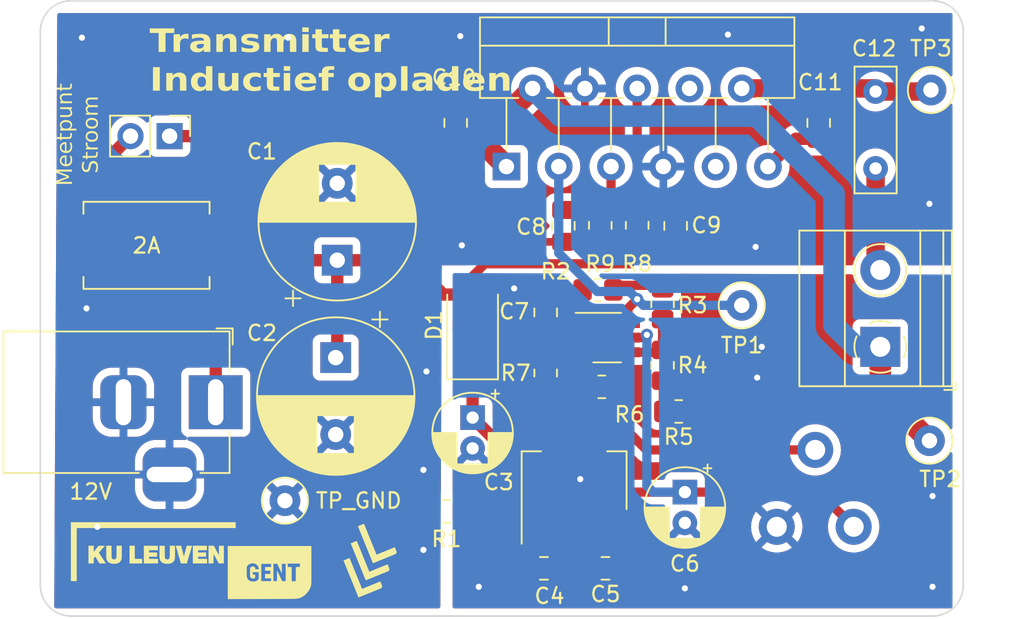
<source format=kicad_pcb>
(kicad_pcb (version 20221018) (generator pcbnew)
  (layers (0 "F.Cu" signal) (31 "B.Cu" signal) (34 "B.Paste" user) (35 "F.Paste" user) (36 "B.SilkS" user "B.Silkscreen") (37 "F.SilkS" user "F.Silkscreen") (38 "B.Mask" user) (39 "F.Mask" user) (44 "Edge.Cuts" user))
  (net 0 "")
  (net 1 "GND")
  (net 2 "AGND")
  (net 3 "+12V")
  (net 4 "Net-(J2-Pin_2)")
  (net 5 "Net-(F1-Pad2)")
  (net 6 "Net-(R2-Pad1)")
  (net 7 "Net-(R4-Pad1)")
  (net 8 "Net-(D1-K)")
  (net 9 "Net-(U1-VO)")
  (net 10 "Net-(IC1-PWM)")
  (net 11 "Net-(IC1-OUTPUT1)")
  (net 12 "Net-(IC1-BOOTSTRAP1)")
  (net 13 "Net-(IC1-BOOTSTRAP2)")
  (net 14 "Net-(IC1-OUTPUT2)")
  (net 15 "Net-(IC1-DIRECTION)")
  (net 18 "Net-(U2-DIV)")
  (net 19 "Net-(U2-SET)")
  (net 20 "Net-(R6-Pad2)")
  (net 21 "Net-(J3-Pin_2)")
  (footprint "Capacitor_THT:C_Disc_D8.0mm_W2.5mm_P5.00mm" (layer "F.Cu") (at 74.3 25.9 -90)
    (fp_text reference "C12" (at -2.8 0.1 -180) (layer "F.SilkS"))
    (fp_text value "390n")
    (pad "1" thru_hole circle (at 0 0 270) (size 1.6 1.6) (drill 0.8) (layers "*.Cu" "*.Mask") (net 14 "Net-(IC1-OUTPUT2)"))
    (pad "2" thru_hole circle (at 5 0 270) (size 1.6 1.6) (drill 0.8) (layers "*.Cu" "*.Mask") (net 21 "Net-(J3-Pin_2)"))
  )
  (footprint "Connector_BarrelJack:BarrelJack_Horizontal" (layer "F.Cu") (at 31.4 46.1)
    (fp_text reference "J1")
    (fp_text value "DCJ0303")
    (pad "1" thru_hole rect (at 0 0) (size 3.5 3.5) (drill oval 1 3) (layers "*.Cu" "*.Mask") (net 5 "Net-(F1-Pad2)"))
    (pad "2" thru_hole roundrect (at -6 0) (size 3 3.5) (drill oval 1 3) (layers "*.Cu" "*.Mask") (net 2 "AGND"))
    (pad "3" thru_hole roundrect (at -3 4.7) (size 3.5 3.5) (drill oval 3 1) (layers "*.Cu" "*.Mask") (net 2 "AGND"))
  )
  (footprint "Diode_SMD:D_SMA" (layer "F.Cu") (at 48.1 41.1 90)
    (fp_text reference "D1" (at 0 -2.5 90) (layer "F.SilkS"))
    (fp_text value "1N4004")
    (pad "1" smd roundrect (at -2 0 90) (size 2.5 1.8) (layers "F.Cu" "F.Paste" "F.Mask") (roundrect_rratio 0.1388888889) (net 8 "Net-(D1-K)"))
    (pad "2" smd roundrect (at 2 0 90) (size 2.5 1.8) (layers "F.Cu" "F.Paste" "F.Mask") (roundrect_rratio 0.1388888889) (net 3 "+12V"))
  )
  (footprint "Capacitor_THT:CP_Radial_D10.0mm_P5.00mm" (layer "F.Cu") (at 39.2 43.2 -90)
    (fp_text reference "C2" (at -1.6 4.8 -180) (layer "F.SilkS"))
    (fp_text value "1200u")
    (pad "1" thru_hole rect (at 0 0 270) (size 2 2) (drill 1) (layers "*.Cu" "*.Mask") (net 3 "+12V"))
    (pad "2" thru_hole circle (at 5 0 270) (size 2 2) (drill 1) (layers "*.Cu" "*.Mask") (net 2 "AGND"))
  )
  (footprint "Resistor_SMD:R_0805_2012Metric_Pad1.20x1.40mm_HandSolder" (layer "F.Cu") (at 58.8 34.6 -90)
    (fp_text reference "R8" (at 2.5 0 -180) (layer "F.SilkS"))
    (fp_text value "100k")
    (pad "1" smd roundrect (at -1 0 270) (size 1.2 1.4) (layers "F.Cu" "F.Paste" "F.Mask") (roundrect_rratio 0.2083333333) (net 10 "Net-(IC1-PWM)"))
    (pad "2" smd roundrect (at 1 0 270) (size 1.2 1.4) (layers "F.Cu" "F.Paste" "F.Mask") (roundrect_rratio 0.2083333333) (net 3 "+12V"))
  )
  (footprint "Package_TO_SOT_THT:TO-220-11_P3.4x5.08mm_StaggerOdd_Lead4.85mm_Vertical" (layer "F.Cu") (at 50.3 30.78)
    (fp_text reference "IC1")
    (fp_text value "LM18201")
    (pad "1" thru_hole rect (at 0 0) (size 1.8 1.8) (drill 1) (layers "*.Cu" "*.Mask") (net 12 "Net-(IC1-BOOTSTRAP1)"))
    (pad "2" thru_hole oval (at 1.7 -5.08) (size 1.8 1.8) (drill 1) (layers "*.Cu" "*.Mask") (net 11 "Net-(IC1-OUTPUT1)"))
    (pad "3" thru_hole oval (at 3.4 0) (size 1.8 1.8) (drill 1) (layers "*.Cu" "*.Mask") (net 15 "Net-(IC1-DIRECTION)"))
    (pad "4" thru_hole oval (at 5.1 -5.08) (size 1.8 1.8) (drill 1) (layers "*.Cu" "*.Mask") (net 2 "AGND"))
    (pad "5" thru_hole oval (at 6.8 0) (size 1.8 1.8) (drill 1) (layers "*.Cu" "*.Mask") (net 10 "Net-(IC1-PWM)"))
    (pad "6" thru_hole oval (at 8.5 -5.08) (size 1.8 1.8) (drill 1) (layers "*.Cu" "*.Mask") (net 3 "+12V"))
    (pad "7" thru_hole oval (at 10.2 0) (size 1.8 1.8) (drill 1) (layers "*.Cu" "*.Mask") (net 2 "AGND"))
    (pad "8" thru_hole oval (at 11.9 -5.08) (size 1.8 1.8) (drill 1) (layers "*.Cu" "*.Mask"))
    (pad "9" thru_hole oval (at 13.6 0) (size 1.8 1.8) (drill 1) (layers "*.Cu" "*.Mask"))
    (pad "10" thru_hole oval (at 15.3 -5.08) (size 1.8 1.8) (drill 1) (layers "*.Cu" "*.Mask") (net 14 "Net-(IC1-OUTPUT2)"))
    (pad "11" thru_hole oval (at 17 0) (size 1.8 1.8) (drill 1) (layers "*.Cu" "*.Mask") (net 13 "Net-(IC1-BOOTSTRAP2)"))
  )
  (footprint "Capacitor_SMD:C_0805_2012Metric_Pad1.18x1.45mm_HandSolder" (layer "F.Cu") (at 70.6 27.9375 90)
    (fp_text reference "C11" (at 2.6375 0.1 180) (layer "F.SilkS"))
    (fp_text value "10n")
    (pad "1" smd roundrect (at -1.0375 0 90) (size 1.175 1.45) (layers "F.Cu" "F.Paste" "F.Mask") (roundrect_rratio 0.2127659574) (net 13 "Net-(IC1-BOOTSTRAP2)"))
    (pad "2" smd roundrect (at 1.0375 0 90) (size 1.175 1.45) (layers "F.Cu" "F.Paste" "F.Mask") (roundrect_rratio 0.2127659574) (net 14 "Net-(IC1-OUTPUT2)"))
  )
  (footprint "TestPoint:TestPoint_Loop_D1.80mm_Drill1.0mm_Beaded" (layer "F.Cu") (at 65.6 39.8)
    (fp_text reference "TP1" (at 0 2.6) (layer "F.SilkS"))
    (fp_text value "TestPoint_Small")
    (pad "1" thru_hole circle (at 0 0) (size 2 2) (drill 1) (layers "*.Cu" "*.Mask") (net 15 "Net-(IC1-DIRECTION)"))
  )
  (footprint "Potentiometer_THT:Potentiometer_Piher_PT-10-V05_Vertical" (layer "F.Cu") (at 72.875 54.2 90)
    (fp_text reference "RV1")
    (fp_text value "1k")
    (pad "1" thru_hole circle (at 0 0 90) (size 2.34 2.34) (drill 1.3) (layers "*.Cu" "*.Mask") (net 9 "Net-(U1-VO)"))
    (pad "2" thru_hole circle (at 5 -2.5 90) (size 2.34 2.34) (drill 1.3) (layers "*.Cu" "*.Mask") (net 20 "Net-(R6-Pad2)"))
    (pad "3" thru_hole circle (at 0 -5 90) (size 2.34 2.34) (drill 1.3) (layers "*.Cu" "*.Mask") (net 1 "GND"))
  )
  (footprint "TestPoint:TestPoint_Loop_D1.80mm_Drill1.0mm_Beaded" (layer "F.Cu") (at 77.9 25.8)
    (fp_text reference "TP3" (at 0 -2.7) (layer "F.SilkS"))
    (fp_text value "TestPoint_Small")
    (pad "1" thru_hole circle (at 0 0) (size 2 2) (drill 1) (layers "*.Cu" "*.Mask") (net 14 "Net-(IC1-OUTPUT2)"))
  )
  (footprint "Fuse:Fuse_Bourns_MF-SM_7.98x5.44mm" (layer "F.Cu") (at 26.9 35.9)
    (fp_text reference "F1")
    (fp_text value "Fuse")
    (pad "1" smd rect (at -3.7 0) (size 2.3 3.1) (layers "F.Cu" "F.Paste" "F.Mask") (net 4 "Net-(J2-Pin_2)"))
    (pad "2" smd rect (at 3.7 0) (size 2.3 3.1) (layers "F.Cu" "F.Paste" "F.Mask") (net 5 "Net-(F1-Pad2)"))
  )
  (footprint "TestPoint:TestPoint_Loop_D2.50mm_Drill1.0mm" (layer "F.Cu") (at 35.9 52.5)
    (fp_text reference "TP_GND" (at 4.8 0) (layer "F.SilkS"))
    (fp_text value "TestPoint_Small")
    (pad "1" thru_hole circle (at 0 0) (size 2 2) (drill 1) (layers "*.Cu" "*.Mask") (net 2 "AGND"))
  )
  (footprint "Connector_PinHeader_2.54mm:PinHeader_1x02_P2.54mm_Vertical" (layer "F.Cu") (at 28.4 28.8 -90)
    (fp_text reference "J2")
    (fp_text value "CurrentSense")
    (pad "1" thru_hole rect (at 0 0 270) (size 1.7 1.7) (drill 1) (layers "*.Cu" "*.Mask") (net 3 "+12V"))
    (pad "2" thru_hole oval (at 0 2.54 270) (size 1.7 1.7) (drill 1) (layers "*.Cu" "*.Mask") (net 4 "Net-(J2-Pin_2)"))
  )
  (footprint "Capacitor_SMD:C_0805_2012Metric_Pad1.18x1.45mm_HandSolder" (layer "F.Cu") (at 61.3 34.6375 90)
    (fp_text reference "C9" (at 0.0375 2 180) (layer "F.SilkS"))
    (fp_text value "100n")
    (pad "1" smd roundrect (at -1.0375 0 90) (size 1.175 1.45) (layers "F.Cu" "F.Paste" "F.Mask") (roundrect_rratio 0.2127659574) (net 3 "+12V"))
    (pad "2" smd roundrect (at 1.0375 0 90) (size 1.175 1.45) (layers "F.Cu" "F.Paste" "F.Mask") (roundrect_rratio 0.2127659574) (net 2 "AGND"))
  )
  (footprint "Resistor_SMD:R_0805_2012Metric_Pad1.20x1.40mm_HandSolder" (layer "F.Cu") (at 61.5 46.7 180)
    (fp_text reference "R5" (at 0 -1.65) (layer "F.SilkS"))
    (fp_text value "2k")
    (pad "1" smd roundrect (at -1 0 180) (size 1.2 1.4) (layers "F.Cu" "F.Paste" "F.Mask") (roundrect_rratio 0.2083333333) (net 1 "GND"))
    (pad "2" smd roundrect (at 1 0 180) (size 1.2 1.4) (layers "F.Cu" "F.Paste" "F.Mask") (roundrect_rratio 0.2083333333) (net 7 "Net-(R4-Pad1)"))
  )
  (footprint "Library:LLL_logo_kicad_small" (layer "F.Cu") (at 41.4 56.5)
    (fp_text reference "G***")
    (fp_text value "LOGO" hide)
  )
  (footprint "Resistor_SMD:R_0805_2012Metric_Pad1.20x1.40mm_HandSolder" (layer "F.Cu") (at 56.25 38.8 180)
    (fp_text reference "R2" (at 2.75 1.2) (layer "F.SilkS"))
    (fp_text value "68k")
    (pad "1" smd roundrect (at -1 0 180) (size 1.2 1.4) (layers "F.Cu" "F.Paste" "F.Mask") (roundrect_rratio 0.2083333333) (net 6 "Net-(R2-Pad1)"))
    (pad "2" smd roundrect (at 1 0 180) (size 1.2 1.4) (layers "F.Cu" "F.Paste" "F.Mask") (roundrect_rratio 0.2083333333) (net 9 "Net-(U1-VO)"))
  )
  (footprint "Library:KUL_Gent_logo_kicad_small" (layer "F.Cu") (at 29.8 56.4)
    (fp_text reference "G***")
    (fp_text value "LOGO" hide)
  )
  (footprint "TerminalBlock_Phoenix:TerminalBlock_Phoenix_MKDS-1,5-2_1x02_P5.00mm_Horizontal" (layer "F.Cu") (at 74.605 42.5 90)
    (fp_text reference "J3")
    (fp_text value "Screw_Terminal_01x02")
    (pad "1" thru_hole rect (at 0 0 90) (size 2.6 2.6) (drill 1.3) (layers "*.Cu" "*.Mask") (net 11 "Net-(IC1-OUTPUT1)"))
    (pad "2" thru_hole circle (at 5 0 90) (size 2.6 2.6) (drill 1.3) (layers "*.Cu" "*.Mask") (net 21 "Net-(J3-Pin_2)"))
  )
  (footprint "Package_TO_SOT_SMD:SOT-23-6_Handsoldering" (layer "F.Cu") (at 56.85 41.9)
    (fp_text reference "U2")
    (fp_text value "LTC6990CS6TRPBF")
    (pad "1" smd rect (at -1.35 -0.95) (size 1.56 0.65) (layers "F.Cu" "F.Paste" "F.Mask") (net 9 "Net-(U1-VO)"))
    (pad "2" smd rect (at -1.35 0) (size 1.56 0.65) (layers "F.Cu" "F.Paste" "F.Mask") (net 1 "GND"))
    (pad "3" smd rect (at -1.35 0.95) (size 1.56 0.65) (layers "F.Cu" "F.Paste" "F.Mask") (net 19 "Net-(U2-SET)"))
    (pad "4" smd rect (at 1.35 0.95) (size 1.56 0.65) (layers "F.Cu" "F.Paste" "F.Mask") (net 18 "Net-(U2-DIV)"))
    (pad "5" smd rect (at 1.35 0) (size 1.56 0.65) (layers "F.Cu" "F.Paste" "F.Mask") (net 9 "Net-(U1-VO)"))
    (pad "6" smd rect (at 1.35 -0.95) (size 1.56 0.65) (layers "F.Cu" "F.Paste" "F.Mask") (net 15 "Net-(IC1-DIRECTION)"))
  )
  (footprint "Resistor_SMD:R_0805_2012Metric_Pad1.20x1.40mm_HandSolder" (layer "F.Cu") (at 60.45 43.7 90)
    (fp_text reference "R4" (at 0 1.95 180) (layer "F.SilkS"))
    (fp_text value "100k")
    (pad "1" smd roundrect (at -1 0 90) (size 1.2 1.4) (layers "F.Cu" "F.Paste" "F.Mask") (roundrect_rratio 0.2083333333) (net 7 "Net-(R4-Pad1)"))
    (pad "2" smd roundrect (at 1 0 90) (size 1.2 1.4) (layers "F.Cu" "F.Paste" "F.Mask") (roundrect_rratio 0.2083333333) (net 18 "Net-(U2-DIV)"))
  )
  (footprint "Capacitor_THT:CP_Radial_D5.0mm_P2.00mm" (layer "F.Cu") (at 61.9 51.944888 -90)
    (fp_text reference "C6" (at 4.655112 0 -180) (layer "F.SilkS"))
    (fp_text value "100u")
    (pad "1" thru_hole rect (at 0 0 270) (size 1.6 1.6) (drill 0.8) (layers "*.Cu" "*.Mask") (net 9 "Net-(U1-VO)"))
    (pad "2" thru_hole circle (at 2 0 270) (size 1.6 1.6) (drill 0.8) (layers "*.Cu" "*.Mask") (net 1 "GND"))
  )
  (footprint "Package_TO_SOT_SMD:SOT-223-3_TabPin2" (layer "F.Cu") (at 54.7 51.2 90)
    (fp_text reference "U1")
    (fp_text value "LM2936-5.0")
    (pad "1" smd rect (at -3.15 -2.3 90) (size 2 1.5) (layers "F.Cu" "F.Paste" "F.Mask") (net 8 "Net-(D1-K)"))
    (pad "2" smd rect (at -3.15 0 90) (size 2 1.5) (layers "F.Cu" "F.Paste" "F.Mask") (net 1 "GND"))
    (pad "2" smd rect (at 3.15 0 90) (size 2 3.8) (layers "F.Cu" "F.Paste" "F.Mask") (net 1 "GND"))
    (pad "3" smd rect (at -3.15 2.3 90) (size 2 1.5) (layers "F.Cu" "F.Paste" "F.Mask") (net 9 "Net-(U1-VO)"))
  )
  (footprint "Resistor_SMD:R_0805_2012Metric_Pad1.20x1.40mm_HandSolder" (layer "F.Cu") (at 56.4 34.6 90)
    (fp_text reference "R9" (at -2.5 0 180) (layer "F.SilkS"))
    (fp_text value "100k")
    (pad "1" smd roundrect (at -1 0 90) (size 1.2 1.4) (layers "F.Cu" "F.Paste" "F.Mask") (roundrect_rratio 0.2083333333) (net 2 "AGND"))
    (pad "2" smd roundrect (at 1 0 90) (size 1.2 1.4) (layers "F.Cu" "F.Paste" "F.Mask") (roundrect_rratio 0.2083333333) (net 10 "Net-(IC1-PWM)"))
  )
  (footprint "Resistor_SMD:R_0805_2012Metric_Pad1.20x1.40mm_HandSolder" (layer "F.Cu") (at 56.5 45.1)
    (fp_text reference "R6" (at 1.8 1.8) (layer "F.SilkS"))
    (fp_text value "100k")
    (pad "1" smd roundrect (at -1 0) (size 1.2 1.4) (layers "F.Cu" "F.Paste" "F.Mask") (roundrect_rratio 0.2083333333) (net 19 "Net-(U2-SET)"))
    (pad "2" smd roundrect (at 1 0) (size 1.2 1.4) (layers "F.Cu" "F.Paste" "F.Mask") (roundrect_rratio 0.2083333333) (net 20 "Net-(R6-Pad2)"))
  )
  (footprint "Capacitor_SMD:C_0805_2012Metric_Pad1.18x1.45mm_HandSolder" (layer "F.Cu") (at 52.7375 56.9)
    (fp_text reference "C4" (at 0.3625 1.8) (layer "F.SilkS"))
    (fp_text value "100n")
    (pad "1" smd roundrect (at -1.0375 0) (size 1.175 1.45) (layers "F.Cu" "F.Paste" "F.Mask") (roundrect_rratio 0.2127659574) (net 8 "Net-(D1-K)"))
    (pad "2" smd roundrect (at 1.0375 0) (size 1.175 1.45) (layers "F.Cu" "F.Paste" "F.Mask") (roundrect_rratio 0.2127659574) (net 1 "GND"))
  )
  (footprint "Capacitor_SMD:C_0805_2012Metric_Pad1.18x1.45mm_HandSolder" (layer "F.Cu") (at 47 27.9375 -90)
    (fp_text reference "C10" (at -2.9375 0.1 -180) (layer "F.SilkS"))
    (fp_text value "10n")
    (pad "1" smd roundrect (at -1.0375 0 270) (size 1.175 1.45) (layers "F.Cu" "F.Paste" "F.Mask") (roundrect_rratio 0.2127659574) (net 11 "Net-(IC1-OUTPUT1)"))
    (pad "2" smd roundrect (at 1.0375 0 270) (size 1.175 1.45) (layers "F.Cu" "F.Paste" "F.Mask") (roundrect_rratio 0.2127659574) (net 12 "Net-(IC1-BOOTSTRAP1)"))
  )
  (footprint "Resistor_SMD:R_0805_2012Metric_Pad1.20x1.40mm_HandSolder" (layer "F.Cu") (at 60.45 39.7 90)
    (fp_text reference "R3" (at -0.1 1.95 180) (layer "F.SilkS"))
    (fp_text value "910k")
    (pad "1" smd roundrect (at -1 0 90) (size 1.2 1.4) (layers "F.Cu" "F.Paste" "F.Mask") (roundrect_rratio 0.2083333333) (net 18 "Net-(U2-DIV)"))
    (pad "2" smd roundrect (at 1 0 90) (size 1.2 1.4) (layers "F.Cu" "F.Paste" "F.Mask") (roundrect_rratio 0.2083333333) (net 6 "Net-(R2-Pad1)"))
  )
  (footprint "Capacitor_THT:CP_Radial_D10.0mm_P5.00mm" (layer "F.Cu") (at 39.3 36.867677 90)
    (fp_text reference "C1" (at 7.067677 -4.9 180) (layer "F.SilkS"))
    (fp_text value "1200u")
    (pad "1" thru_hole rect (at 0 0 90) (size 2 2) (drill 1) (layers "*.Cu" "*.Mask") (net 3 "+12V"))
    (pad "2" thru_hole circle (at 5 0 90) (size 2 2) (drill 1) (layers "*.Cu" "*.Mask") (net 2 "AGND"))
  )
  (footprint "Capacitor_SMD:C_0805_2012Metric_Pad1.18x1.45mm_HandSolder" (layer "F.Cu") (at 56.7375 56.9 180)
    (fp_text reference "C5" (at 0 -1.68) (layer "F.SilkS"))
    (fp_text value "100n")
    (pad "1" smd roundrect (at -1.0375 0 180) (size 1.175 1.45) (layers "F.Cu" "F.Paste" "F.Mask") (roundrect_rratio 0.2127659574) (net 9 "Net-(U1-VO)"))
    (pad "2" smd roundrect (at 1.0375 0 180) (size 1.175 1.45) (layers "F.Cu" "F.Paste" "F.Mask") (roundrect_rratio 0.2127659574) (net 1 "GND"))
  )
  (footprint "Resistor_SMD:R_0805_2012Metric_Pad1.20x1.40mm_HandSolder" (layer "F.Cu") (at 52.85 44.2 -90)
    (fp_text reference "R7" (at 0 1.95 -180) (layer "F.SilkS"))
    (fp_text value "100k")
    (pad "1" smd roundrect (at -1 0 270) (size 1.2 1.4) (layers "F.Cu" "F.Paste" "F.Mask") (roundrect_rratio 0.2083333333) (net 1 "GND"))
    (pad "2" smd roundrect (at 1 0 270) (size 1.2 1.4) (layers "F.Cu" "F.Paste" "F.Mask") (roundrect_rratio 0.2083333333) (net 19 "Net-(U2-SET)"))
  )
  (footprint "Resistor_SMD:R_0805_2012Metric_Pad1.20x1.40mm_HandSolder" (layer "F.Cu") (at 46.4 53.2)
    (fp_text reference "R1" (at 0 1.8) (layer "F.SilkS"))
    (fp_text value "0")
    (pad "1" smd roundrect (at -1 0) (size 1.2 1.4) (layers "F.Cu" "F.Paste" "F.Mask") (roundrect_rratio 0.2083333333) (net 2 "AGND"))
    (pad "2" smd roundrect (at 1 0) (size 1.2 1.4) (layers "F.Cu" "F.Paste" "F.Mask") (roundrect_rratio 0.2083333333) (net 1 "GND"))
  )
  (footprint "Capacitor_SMD:C_0805_2012Metric_Pad1.18x1.45mm_HandSolder" (layer "F.Cu") (at 54 34.6375 -90)
    (fp_text reference "C8" (at 0.0625 2.1 -180) (layer "F.SilkS"))
    (fp_text value "100n")
    (pad "1" smd roundrect (at -1.0375 0 270) (size 1.175 1.45) (layers "F.Cu" "F.Paste" "F.Mask") (roundrect_rratio 0.2127659574) (net 10 "Net-(IC1-PWM)"))
    (pad "2" smd roundrect (at 1.0375 0 270) (size 1.175 1.45) (layers "F.Cu" "F.Paste" "F.Mask") (roundrect_rratio 0.2127659574) (net 2 "AGND"))
  )
  (footprint "TestPoint:TestPoint_Loop_D1.80mm_Drill1.0mm_Beaded" (layer "F.Cu") (at 77.8 48.6)
    (fp_text reference "TP2" (at 0.7 2.5) (layer "F.SilkS"))
    (fp_text value "TestPoint_Small")
    (pad "1" thru_hole circle (at 0 0) (size 2 2) (drill 1) (layers "*.Cu" "*.Mask") (net 11 "Net-(IC1-OUTPUT1)"))
  )
  (footprint "Capacitor_THT:CP_Radial_D5.0mm_P2.00mm" (layer "F.Cu") (at 48.1 47.1 -90)
    (fp_text reference "C3" (at 4.2 -1.7 -180) (layer "F.SilkS"))
    (fp_text value "100u")
    (pad "1" thru_hole rect (at 0 0 270) (size 1.6 1.6) (drill 0.8) (layers "*.Cu" "*.Mask") (net 8 "Net-(D1-K)"))
    (pad "2" thru_hole circle (at 2 0 270) (size 1.6 1.6) (drill 0.8) (layers "*.Cu" "*.Mask") (net 1 "GND"))
  )
  (footprint "Capacitor_SMD:C_0805_2012Metric_Pad1.18x1.45mm_HandSolder" (layer "F.Cu") (at 52.85 40.2625 -90)
    (fp_text reference "C7" (at -0.0625 2.05 -180) (layer "F.SilkS"))
    (fp_text value "100n")
    (pad "1" smd roundrect (at -1.0375 0 270) (size 1.175 1.45) (layers "F.Cu" "F.Paste" "F.Mask") (roundrect_rratio 0.2127659574) (net 9 "Net-(U1-VO)"))
    (pad "2" smd roundrect (at 1.0375 0 270) (size 1.175 1.45) (layers "F.Cu" "F.Paste" "F.Mask") (roundrect_rratio 0.2127659574) (net 1 "GND"))
  )
  (gr_line (start 80 22) (end 80 58) (stroke (width 0.1)) (layer "Edge.Cuts"))
  (gr_arc (start 22 60) (mid 20.585786 59.414214) (end 20 58) (stroke (width 0.1)) (layer "Edge.Cuts"))
  (gr_arc (start 80 58) (mid 79.414214 59.414214) (end 78 60) (stroke (width 0.1)) (layer "Edge.Cuts"))
  (gr_line (start 78 60) (end 22 60) (stroke (width 0.1)) (layer "Edge.Cuts"))
  (gr_arc (start 20 22) (mid 20.585786 20.585786) (end 22 20) (stroke (width 0.1)) (layer "Edge.Cuts"))
  (gr_line (start 22 20) (end 78 20) (stroke (width 0.1)) (layer "Edge.Cuts"))
  (gr_arc (start 78 20) (mid 79.414214 20.585786) (end 80 22) (stroke (width 0.1)) (layer "Edge.Cuts"))
  (gr_line (start 20 58) (end 20 22) (stroke (width 0.1)) (layer "Edge.Cuts"))
  (gr_text "2A" (at 25.9 36.5) (layer "F.SilkS") (effects (font (size 1 1)) (justify left bottom)))
  (gr_text "12V" (at 21.8 52.5) (layer "F.SilkS") (effects (font (size 1 1)) (justify left bottom)))
  (gr_text "Transmitter\nInductief opladen" (at 27.1 26.1) (layer "F.SilkS") (effects (font (size 1.5 1.7) (thickness 0.3) bold) (justify left bottom)))
  (gr_text "Meetpunt\nStroom" (at 23.9 28.7 90) (layer "F.SilkS") (effects (font (size 1 1)) (justify bottom)))
  (segment (start 53.4 41.3) (end 54 41.9) (width 0.4) (layer "F.Cu") (net 1))
  (segment (start 52.85 41.3) (end 53.4 41.3) (width 0.4) (layer "F.Cu") (net 1))
  (segment (start 54 41.9) (end 55.5 41.9) (width 0.4) (layer "F.Cu") (net 1))
  (via (at 78 52.2) (size 0.8) (drill 0.4) (layers "F.Cu" "B.Cu") (net 1))
  (via (at 55.1 51.1) (size 0.8) (drill 0.4) (layers "F.Cu" "B.Cu") (net 1))
  (via (at 48.5 58.1) (size 0.8) (drill 0.4) (layers "F.Cu" "B.Cu") (net 1))
  (via (at 50.8 38.7) (size 0.8) (drill 0.4) (layers "F.Cu" "B.Cu") (net 1))
  (via (at 66.6 44.5) (size 0.8) (drill 0.4) (layers "F.Cu" "B.Cu") (net 1))
  (via (at 61.9 58.2) (size 0.8) (drill 0.4) (layers "F.Cu" "B.Cu") (net 1))
  (via (at 66.9 42.5) (size 0.8) (drill 0.4) (layers "F.Cu" "B.Cu") (net 1))
  (via (at 78 58.1) (size 0.8) (drill 0.4) (layers "F.Cu" "B.Cu") (net 1))
  (segment (start 54 35.675) (end 56.325 35.675) (width 0.6) (layer "F.Cu") (net 2))
  (segment (start 56.325 35.675) (end 56.4 35.6) (width 0.6) (layer "F.Cu") (net 2))
  (segment (start 56.4 35.6) (end 55.9 35.6) (width 0.2) (layer "F.Cu") (net 2))
  (via (at 36.1 22.4) (size 0.8) (drill 0.4) (layers "F.Cu" "B.Cu") (net 2))
  (via (at 22.7 22.4) (size 0.8) (drill 0.4) (layers "F.Cu" "B.Cu") (net 2))
  (via (at 45.1 44.1) (size 0.8) (drill 0.4) (layers "F.Cu" "B.Cu") (net 2))
  (via (at 23 40) (size 0.8) (drill 0.4) (layers "F.Cu" "B.Cu") (net 2))
  (via (at 23.7 54.2) (size 0.8) (drill 0.4) (layers "F.Cu" "B.Cu") (net 2))
  (via (at 47.4 35.9) (size 0.8) (drill 0.4) (layers "F.Cu" "B.Cu") (net 2))
  (via (at 44.9 55.7) (size 0.8) (drill 0.4) (layers "F.Cu" "B.Cu") (net 2))
  (via (at 77.8 33.2) (size 0.8) (drill 0.4) (layers "F.Cu" "B.Cu") (net 2))
  (via (at 77.3 21.8) (size 0.8) (drill 0.4) (layers "F.Cu" "B.Cu") (net 2))
  (via (at 44.9 50.5) (size 0.8) (drill 0.4) (layers "F.Cu" "B.Cu") (net 2))
  (via (at 64.7 22.2) (size 0.8) (drill 0.4) (layers "F.Cu" "B.Cu") (net 2))
  (via (at 66.5 36) (size 0.8) (drill 0.4) (layers "F.Cu" "B.Cu") (net 2))
  (via (at 47.3 22.3) (size 0.8) (drill 0.4) (layers "F.Cu" "B.Cu") (net 2))
  (segment (start 60 34.4) (end 58.8 35.6) (width 0.6) (layer "F.Cu") (net 3))
  (segment (start 46.2 39.1) (end 48.1 39.1) (width 0.8) (layer "F.Cu") (net 3))
  (segment (start 58.8 25.7) (end 58.8 31.73934) (width 0.6) (layer "F.Cu") (net 3))
  (segment (start 48.9 37.1) (end 48.1 37.9) (width 0.6) (layer "F.Cu") (net 3))
  (segment (start 34.267677 36.867677) (end 39.3 36.867677) (width 0.8) (layer "F.Cu") (net 3))
  (segment (start 43.967677 36.867677) (end 46.2 39.1) (width 0.8) (layer "F.Cu") (net 3))
  (segment (start 33.3 35.9) (end 34.267677 36.867677) (width 0.8) (layer "F.Cu") (net 3))
  (segment (start 39.3 36.867677) (end 39.3 43.1) (width 0.8) (layer "F.Cu") (net 3))
  (segment (start 58.8 31.73934) (end 60 32.93934) (width 0.6) (layer "F.Cu") (net 3))
  (segment (start 58.8 35.6) (end 61.225 35.6) (width 0.6) (layer "F.Cu") (net 3))
  (segment (start 58.3 37.1) (end 48.9 37.1) (width 0.6) (layer "F.Cu") (net 3))
  (segment (start 61.225 35.6) (end 61.3 35.675) (width 0.6) (layer "F.Cu") (net 3))
  (segment (start 48.1 37.9) (end 48.1 39.1) (width 0.6) (layer "F.Cu") (net 3))
  (segment (start 28.4 28.8) (end 31.1 28.8) (width 0.8) (layer "F.Cu") (net 3))
  (segment (start 31.1 28.8) (end 33.3 31) (width 0.8) (layer "F.Cu") (net 3))
  (segment (start 58.8 35.6) (end 58.8 36.6) (width 0.6) (layer "F.Cu") (net 3))
  (segment (start 58.8 36.6) (end 58.3 37.1) (width 0.6) (layer "F.Cu") (net 3))
  (segment (start 33.3 31) (end 33.3 35.9) (width 0.8) (layer "F.Cu") (net 3))
  (segment (start 39.3 43.1) (end 39.2 43.2) (width 0.8) (layer "F.Cu") (net 3))
  (segment (start 39.3 36.867677) (end 43.967677 36.867677) (width 0.8) (layer "F.Cu") (net 3))
  (segment (start 60 32.93934) (end 60 34.4) (width 0.6) (layer "F.Cu") (net 3))
  (segment (start 23.2 35.9) (end 23.2 31.46) (width 0.8) (layer "F.Cu") (net 4))
  (segment (start 23.2 31.46) (end 25.86 28.8) (width 0.8) (layer "F.Cu") (net 4))
  (segment (start 30.6 41.4) (end 31.4 42.2) (width 0.8) (layer "F.Cu") (net 5))
  (segment (start 30.6 35.9) (end 30.6 41.4) (width 0.8) (layer "F.Cu") (net 5))
  (segment (start 31.4 42.2) (end 31.4 46.1) (width 0.8) (layer "F.Cu") (net 5))
  (segment (start 60.25 38.5) (end 57.55 38.5) (width 0.6) (layer "F.Cu") (net 6))
  (segment (start 60.45 38.7) (end 60.25 38.5) (width 0.6) (layer "F.Cu") (net 6))
  (segment (start 57.55 38.5) (end 57.25 38.8) (width 0.6) (layer "F.Cu") (net 6))
  (segment (start 60.5 46.7) (end 60.5 44.75) (width 0.6) (layer "F.Cu") (net 7))
  (segment (start 60.5 44.75) (end 60.45 44.7) (width 0.6) (layer "F.Cu") (net 7))
  (segment (start 48.1 47.1) (end 52.4 51.4) (width 0.8) (layer "F.Cu") (net 8))
  (segment (start 48.1 43.1) (end 48.1 47.1) (width 0.8) (layer "F.Cu") (net 8))
  (segment (start 52.4 51.4) (end 52.4 54.35) (width 0.8) (layer "F.Cu") (net 8))
  (segment (start 51.7 56.9) (end 52.4 56.2) (width 0.8) (layer "F.Cu") (net 8))
  (segment (start 52.4 56.2) (end 52.4 54.35) (width 0.8) (layer "F.Cu") (net 8))
  (segment (start 55.25 38.8) (end 55.25 40.7) (width 0.6) (layer "F.Cu") (net 9))
  (segment (start 61.9 51.944888) (end 57.855112 51.944888) (width 0.6) (layer "F.Cu") (net 9))
  (segment (start 57 54.35) (end 57 56.125) (width 0.8) (layer "F.Cu") (net 9))
  (segment (start 54.825 39.225) (end 55.25 38.8) (width 0.6) (layer "F.Cu") (net 9))
  (segment (start 59.428264 41.728264) (end 59.428264 41.721693) (width 0.6) (layer "F.Cu") (net 9))
  (segment (start 58.2 41.9) (end 59.38934 41.9) (width 0.6) (layer "F.Cu") (net 9))
  (segment (start 61.9 51.944888) (end 70.619888 51.944888) (width 0.6) (layer "F.Cu") (net 9))
  (segment (start 58.2 41.9) (end 57.045 41.9) (width 0.6) (layer "F.Cu") (net 9))
  (segment (start 56.78 41.635) (end 56.78 41.18) (width 0.6) (layer "F.Cu") (net 9))
  (segment (start 52.85 39.225) (end 54.825 39.225) (width 0.6) (layer "F.Cu") (net 9))
  (segment (start 56.78 41.18) (end 56.55 40.95) (width 0.6) (layer "F.Cu") (net 9))
  (segment (start 59.49467 41.79467) (end 59.428264 41.728264) (width 0.6) (layer "F.Cu") (net 9))
  (segment (start 70.619888 51.944888) (end 72.875 54.2) (width 0.6) (layer "F.Cu") (net 9))
  (segment (start 57.045 41.9) (end 56.78 41.635) (width 0.6) (layer "F.Cu") (net 9))
  (segment (start 55.25 40.7) (end 55.5 40.95) (width 0.6) (layer "F.Cu") (net 9))
  (segment (start 57 56.125) (end 57.775 56.9) (width 0.8) (layer "F.Cu") (net 9))
  (segment (start 57 52.8) (end 57 54.35) (width 0.6) (layer "F.Cu") (net 9))
  (segment (start 57.855112 51.944888) (end 57 52.8) (width 0.6) (layer "F.Cu") (net 9))
  (segment (start 56.55 40.95) (end 55.5 40.95) (width 0.6) (layer "F.Cu") (net 9))
  (segment (start 59.38934 41.9) (end 59.49467 41.79467) (width 0.6) (layer "F.Cu") (net 9))
  (via (at 59.428264 41.721693) (size 0.8) (drill 0.4) (layers "F.Cu" "B.Cu") (net 9))
  (segment (start 59.428264 41.721693) (end 59.428264 51.528264) (width 0.6) (layer "B.Cu") (net 9))
  (segment (start 59.428264 51.528264) (end 59.844888 51.944888) (width 0.6) (layer "B.Cu") (net 9))
  (segment (start 59.844888 51.944888) (end 61.9 51.944888) (width 0.6) (layer "B.Cu") (net 9))
  (segment (start 54 33.6) (end 56.4 33.6) (width 0.6) (layer "F.Cu") (net 10))
  (segment (start 56.4 33.6) (end 58.8 33.6) (width 0.6) (layer "F.Cu") (net 10))
  (segment (start 57.1 32.9) (end 56.4 33.6) (width 0.6) (layer "F.Cu") (net 10))
  (segment (start 57.1 30.78) (end 57.1 32.9) (width 0.6) (layer "F.Cu") (net 10))
  (segment (start 74.605 42.5) (end 74.605 45.405) (width 1.4) (layer "F.Cu") (net 11))
  (segment (start 50.8 26.9) (end 52 25.7) (width 1.4) (layer "F.Cu") (net 11))
  (segment (start 74.605 42.5) (end 74.605 42.695) (width 1.4) (layer "F.Cu") (net 11))
  (segment (start 74.605 45.405) (end 77.8 48.6) (width 1.4) (layer "F.Cu") (net 11))
  (segment (start 47 26.9) (end 50.8 26.9) (width 1.4) (layer "F.Cu") (net 11))
  (segment (start 74.605 42.695) (end 74.6 42.7) (width 1.4) (layer "F.Cu") (net 11))
  (segment (start 71.6 41.1) (end 73 42.5) (width 1.4) (layer "B.Cu") (net 11))
  (segment (start 71.6 32.534415) (end 71.6 41.1) (width 1.4) (layer "B.Cu") (net 11))
  (segment (start 52 25.7) (end 53.8 27.5) (width 1.4) (layer "B.Cu") (net 11))
  (segment (start 74.605 42.5) (end 73 42.5) (width 1.4) (layer "B.Cu") (net 11))
  (segment (start 66.565585 27.5) (end 71.6 32.534415) (width 1.4) (layer "B.Cu") (net 11))
  (segment (start 53.8 27.5) (end 66.565585 27.5) (width 1.4) (layer "B.Cu") (net 11))
  (segment (start 47 28.975) (end 48.495 28.975) (width 1.4) (layer "F.Cu") (net 12))
  (segment (start 48.495 28.975) (end 50.3 30.78) (width 1.4) (layer "F.Cu") (net 12))
  (segment (start 70.6 28.975) (end 69.105 28.975) (width 0.8) (layer "F.Cu") (net 13))
  (segment (start 69.105 28.975) (end 67.3 30.78) (width 0.8) (layer "F.Cu") (net 13))
  (segment (start 70.5 25.7) (end 74.1 25.7) (width 1.2) (layer "F.Cu") (net 14))
  (segment (start 74.1 25.7) (end 74.3 25.9) (width 1.2) (layer "F.Cu") (net 14))
  (segment (start 70.6 26.9) (end 70.5 26.8) (width 1.2) (layer "F.Cu") (net 14))
  (segment (start 74.3 25.9) (end 77.8 25.9) (width 1.2) (layer "F.Cu") (net 14))
  (segment (start 65.6 25.7) (end 70.5 25.7) (width 1.2) (layer "F.Cu") (net 14))
  (segment (start 70.5 26.8) (end 70.5 25.7) (width 1.2) (layer "F.Cu") (net 14))
  (segment (start 77.8 25.9) (end 77.9 25.8) (width 1.2) (layer "F.Cu") (net 14))
  (segment (start 58.2 40.95) (end 58.2 40) (width 0.6) (layer "F.Cu") (net 15))
  (segment (start 58.2 40) (end 58.8 39.4) (width 0.6) (layer "F.Cu") (net 15))
  (via (at 58.8 39.4) (size 0.8) (drill 0.4) (layers "F.Cu" "B.Cu") (net 15))
  (segment (start 53.7 30.78) (end 53.7 36.4) (width 0.6) (layer "B.Cu") (net 15))
  (segment (start 56.2 38.9) (end 58.3 38.9) (width 0.6) (layer "B.Cu") (net 15))
  (segment (start 58.8 39.4) (end 59.2 39.8) (width 0.6) (layer "B.Cu") (net 15))
  (segment (start 59.2 39.8) (end 65.6 39.8) (width 0.6) (layer "B.Cu") (net 15))
  (segment (start 58.3 38.9) (end 58.8 39.4) (width 0.6) (layer "B.Cu") (net 15))
  (segment (start 53.7 36.4) (end 56.2 38.9) (width 0.6) (layer "B.Cu") (net 15))
  (segment (start 60.45 42.7) (end 60.45 40.7) (width 0.6) (layer "F.Cu") (net 18))
  (segment (start 60.3 42.85) (end 60.45 42.7) (width 0.6) (layer "F.Cu") (net 18))
  (segment (start 58.2 42.85) (end 60.3 42.85) (width 0.6) (layer "F.Cu") (net 18))
  (segment (start 52.85 45.2) (end 55.4 45.2) (width 0.6) (layer "F.Cu") (net 19))
  (segment (start 55.5 42.85) (end 55.5 45.1) (width 0.6) (layer "F.Cu") (net 19))
  (segment (start 55.4 45.2) (end 55.5 45.1) (width 0.6) (layer "F.Cu") (net 19))
  (segment (start 57.5 45.1) (end 57.5 47.3) (width 0.6) (layer "F.Cu") (net 20))
  (segment (start 57.5 47.3) (end 59.4 49.2) (width 0.6) (layer "F.Cu") (net 20))
  (segment (start 59.4 49.2) (end 70.375 49.2) (width 0.6) (layer "F.Cu") (net 20))
  (segment (start 74.3 30.9) (end 74.3 37.195) (width 1.2) (layer "F.Cu") (net 21))
  (segment (start 74.3 37.195) (end 74.605 37.5) (width 1.2) (layer "F.Cu") (net 21))
  (segment (start 74.2 37.095) (end 74.605 37.5) (width 1) (layer "F.Cu") (net 21))
  (zone (net 2) (net_name "AGND") (layers "F&B.Cu") (connect_pads (clearance 0.5)) (min_thickness 0.25) (fill yes (thermal_gap 0.5) (thermal_bridge_width 0.5))
    (polygon (pts (xy 20.9 59.5) (xy 46 59.5) (xy 46.1 37.2) (xy 79.3 37.2) (xy 79.3 20.8) (xy 21.1 20.8)))
  )
  (zone (net 1) (net_name "GND") (layers "F&B.Cu") (priority 1) (connect_pads (clearance 0.5)) (min_thickness 0.25) (fill yes (thermal_gap 0.5) (thermal_bridge_width 0.5))
    (polygon (pts (xy 46.8 37.7) (xy 46.8 59.5) (xy 79.3 59.5) (xy 79.3 37.8)))
  )
)
</source>
